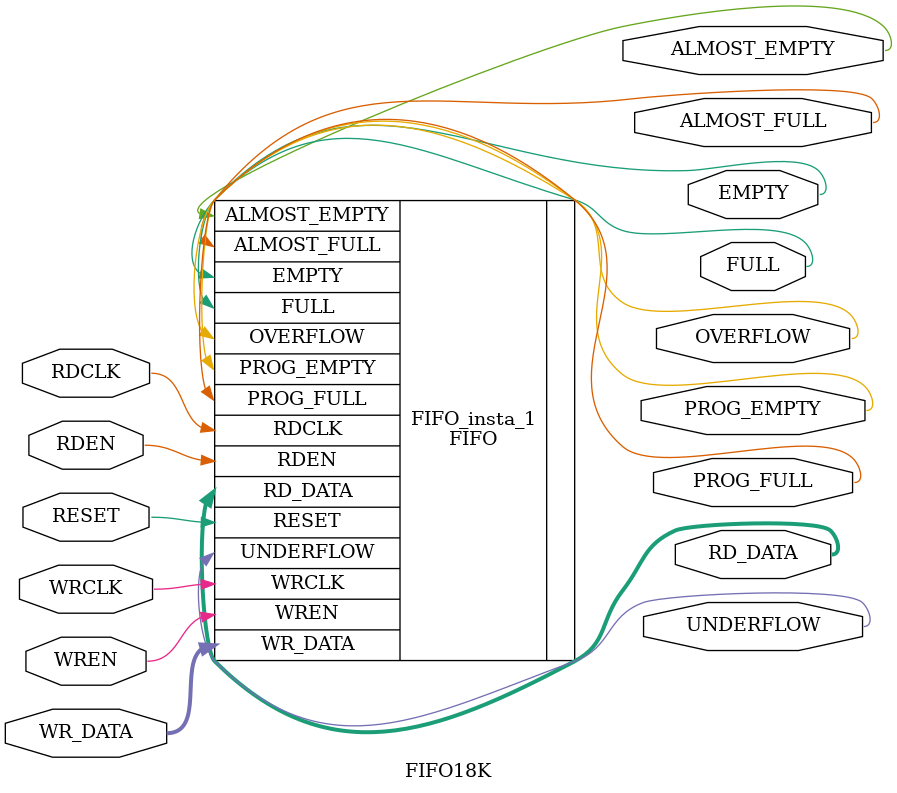
<source format=v>

module FIFO18K #(
    parameter   DATA_WIDTH          = 18,                  // Data Width of FIFO from 1, 2, 4, 9, 18
    parameter   SYNC_FIFO           = "TRUE",              // Synchronous or Asynchronous FIFO "TRUE"/"FALSE"
    parameter   PROG_FULL_THRESH    = 12'b100000000000,    // Threshold indicating that the FIFO buffer is considered Full
    parameter   PROG_EMPTY_THRESH   = 12'b111111111100     // Threshold indicating that the FIFO buffer is considered Empty
)
(
    input wire  [DATA_WIDTH-1:0] WR_DATA,                  // 18-bits Data coming inside FIFO
    output wire [DATA_WIDTH-1:0] RD_DATA,                  // 18-bits Data coming out from FIFO
    output wire EMPTY,                                     // 1-bit output: Empty Flag
    output wire FULL,                                      // 1-bit output: Full Flag
    output wire OVERFLOW,                                  // 1-bit output: Overflow Flag 
    output wire UNDERFLOW,                                 // 1-bit output: Underflow Flag
    input wire  RDEN,                                      // 1-bit input:  Read Enable
    input wire  WREN,                                      // 1-bit input:  Write Enable
    output wire ALMOST_EMPTY,                              // 1-bit output: This Flag is asserted when FIFO contains EMPTY plus one data words.
    output wire ALMOST_FULL,                               // 1-bit output: This Flag is asserted when FIFO contains FULL minus one data words.
    output wire PROG_EMPTY,                                // 1-bit output: Empty Watermark Flag
    output wire PROG_FULL,                                 // 1-bit output: Full Watermark Flag
    input wire  WRCLK,                                     // 1-bit input:  Write Clock
    input wire  RDCLK,                                     // 1-bit input:  Read Clock
    input wire  RESET                                      // 1-bit input:  Active Low Synchronous Reset
);

initial 
begin
    if (!(DATA_WIDTH == 1 || DATA_WIDTH == 2 || DATA_WIDTH == 4 || DATA_WIDTH == 9 || DATA_WIDTH == 18)) 
        begin
        $error("Incorrect DATA_WIDTH: %0d\nEnter valid DATA_WIDTH: 1, 2, 4, 8, 9, 18", DATA_WIDTH);
        $finish;
        end
end

FIFO #(
    .DATA_WIDTH(DATA_WIDTH),
    .SYNC_FIFO(SYNC_FIFO),
    .PROG_FULL_THRESH(PROG_FULL_THRESH),
    .PROG_EMPTY_THRESH(PROG_EMPTY_THRESH)
)
FIFO_insta_1(
    .WR_DATA(WR_DATA),
    .RD_DATA(RD_DATA),
    .EMPTY(EMPTY),
    .FULL(FULL),
    .ALMOST_EMPTY(ALMOST_EMPTY),
    .ALMOST_FULL(ALMOST_FULL),
    .PROG_EMPTY(PROG_EMPTY),
    .PROG_FULL(PROG_FULL),
    .OVERFLOW(OVERFLOW),
    .UNDERFLOW(UNDERFLOW),
    .RDEN(RDEN),
    .WREN(WREN),
    .WRCLK(WRCLK),
    .RDCLK(RDCLK),
    .RESET(RESET)
);
endmodule
</source>
